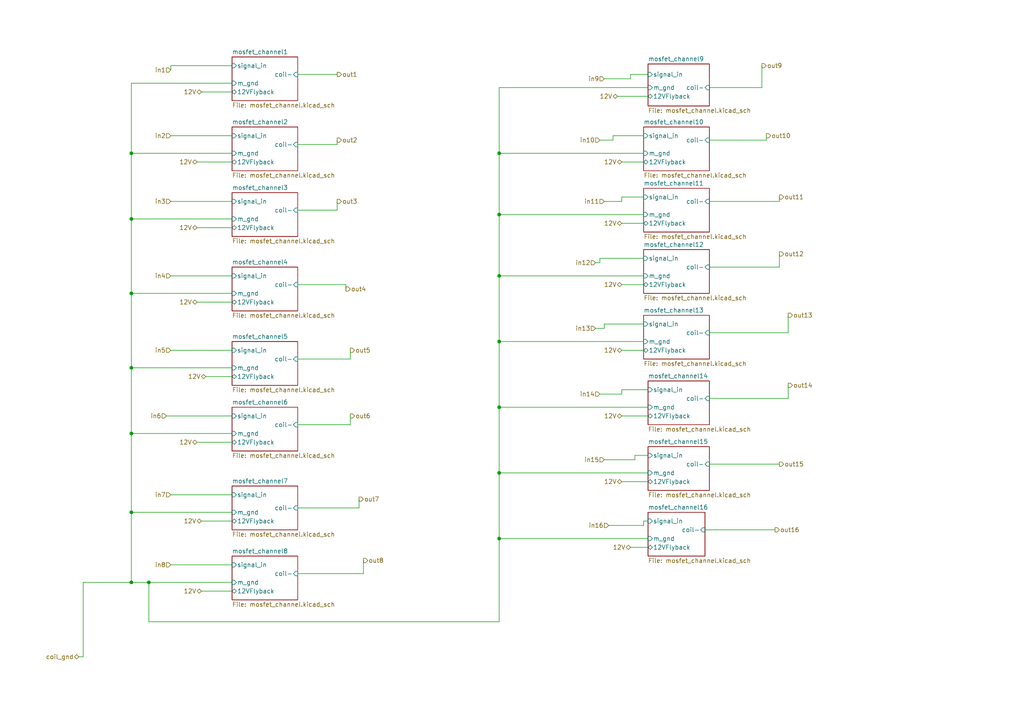
<source format=kicad_sch>
(kicad_sch
	(version 20250114)
	(generator "eeschema")
	(generator_version "9.0")
	(uuid "837c789d-97df-4654-aadc-c0960b58351a")
	(paper "A4")
	(lib_symbols)
	(junction
		(at 144.78 118.11)
		(diameter 0)
		(color 0 0 0 0)
		(uuid "03b65d4b-3ebe-4f34-8cdc-3e9a4930aecf")
	)
	(junction
		(at 38.1 63.5)
		(diameter 0)
		(color 0 0 0 0)
		(uuid "153c2a2d-5376-45d7-8457-7f1ec17e7ee2")
	)
	(junction
		(at 144.78 137.16)
		(diameter 0)
		(color 0 0 0 0)
		(uuid "2f70806a-15ae-4fe8-88fd-9c9d6a99db53")
	)
	(junction
		(at 144.78 99.06)
		(diameter 0)
		(color 0 0 0 0)
		(uuid "315f6022-eabd-4c3c-8bcd-67765680b6bf")
	)
	(junction
		(at 38.1 44.45)
		(diameter 0)
		(color 0 0 0 0)
		(uuid "46f862a3-e022-4655-873f-40da7aee4bd0")
	)
	(junction
		(at 144.78 156.21)
		(diameter 0)
		(color 0 0 0 0)
		(uuid "65c725dc-1f75-4bed-b618-39a7d688d3ae")
	)
	(junction
		(at 144.78 80.01)
		(diameter 0)
		(color 0 0 0 0)
		(uuid "69a81680-4a44-4501-a09d-62a43ae74621")
	)
	(junction
		(at 38.1 106.68)
		(diameter 0)
		(color 0 0 0 0)
		(uuid "762cbcad-f328-471e-b49a-99702fd929cf")
	)
	(junction
		(at 38.1 148.59)
		(diameter 0)
		(color 0 0 0 0)
		(uuid "a1ad4d48-6762-4f94-9ade-293ae92fb19b")
	)
	(junction
		(at 144.78 44.45)
		(diameter 0)
		(color 0 0 0 0)
		(uuid "b86a9afe-53f0-439b-b517-1c8c48f979e0")
	)
	(junction
		(at 38.1 168.91)
		(diameter 0)
		(color 0 0 0 0)
		(uuid "c1a08e12-5873-4af6-b2a1-a24c6161e3c2")
	)
	(junction
		(at 43.18 168.91)
		(diameter 0)
		(color 0 0 0 0)
		(uuid "c67aa3e3-fee3-404d-9abe-ef79bb1e0708")
	)
	(junction
		(at 38.1 125.73)
		(diameter 0)
		(color 0 0 0 0)
		(uuid "c98c870c-2a3a-48cf-996b-92b15a942e28")
	)
	(junction
		(at 38.1 85.09)
		(diameter 0)
		(color 0 0 0 0)
		(uuid "f5dcd8a7-6ebd-4dae-9a0c-adc45e1dc0cd")
	)
	(junction
		(at 144.78 62.23)
		(diameter 0)
		(color 0 0 0 0)
		(uuid "fe923c14-f3e7-43b1-a999-3a5030e1a318")
	)
	(wire
		(pts
			(xy 184.15 133.35) (xy 184.15 132.08)
		)
		(stroke
			(width 0)
			(type default)
		)
		(uuid "04691a73-23ed-499b-88b7-9b3fe54b4ecc")
	)
	(wire
		(pts
			(xy 144.78 118.11) (xy 187.96 118.11)
		)
		(stroke
			(width 0)
			(type default)
		)
		(uuid "05898357-7fb0-48d4-abde-e93a2f9d75e2")
	)
	(wire
		(pts
			(xy 49.53 39.37) (xy 67.31 39.37)
		)
		(stroke
			(width 0)
			(type default)
		)
		(uuid "07e16c66-8c95-49c7-831c-02f36cdfad82")
	)
	(wire
		(pts
			(xy 182.88 22.86) (xy 182.88 21.59)
		)
		(stroke
			(width 0)
			(type default)
		)
		(uuid "091caf40-54bc-4d60-a27c-820f7b7e24c2")
	)
	(wire
		(pts
			(xy 57.15 66.04) (xy 67.31 66.04)
		)
		(stroke
			(width 0)
			(type default)
		)
		(uuid "0ce9d4bd-c688-46ba-8b48-62b386ad383d")
	)
	(wire
		(pts
			(xy 22.86 190.5) (xy 24.13 190.5)
		)
		(stroke
			(width 0)
			(type default)
		)
		(uuid "14ee710a-10d5-4996-a9a2-c7b82d9dd398")
	)
	(wire
		(pts
			(xy 43.18 168.91) (xy 67.31 168.91)
		)
		(stroke
			(width 0)
			(type default)
		)
		(uuid "155faaf7-d333-473f-847d-e11c8c96f43e")
	)
	(wire
		(pts
			(xy 175.26 93.98) (xy 186.69 93.98)
		)
		(stroke
			(width 0)
			(type default)
		)
		(uuid "187e4a6d-5bb4-41b3-b3ea-15b7644c8b25")
	)
	(wire
		(pts
			(xy 104.14 147.32) (xy 104.14 144.78)
		)
		(stroke
			(width 0)
			(type default)
		)
		(uuid "19e71bd1-6937-4724-aefb-139eae1fa9c3")
	)
	(wire
		(pts
			(xy 182.88 158.75) (xy 187.96 158.75)
		)
		(stroke
			(width 0)
			(type default)
		)
		(uuid "1b122ea5-7a11-4a01-8e21-eac10a73cd40")
	)
	(wire
		(pts
			(xy 38.1 44.45) (xy 38.1 63.5)
		)
		(stroke
			(width 0)
			(type default)
		)
		(uuid "1b7fd371-2179-42a5-9383-2963a35b6288")
	)
	(wire
		(pts
			(xy 144.78 118.11) (xy 144.78 137.16)
		)
		(stroke
			(width 0)
			(type default)
		)
		(uuid "1d2a0c0d-a05f-4abf-b000-a7d54520a886")
	)
	(wire
		(pts
			(xy 59.69 109.22) (xy 67.31 109.22)
		)
		(stroke
			(width 0)
			(type default)
		)
		(uuid "1e7a7219-2e12-4b88-8ca8-a651fdb305fd")
	)
	(wire
		(pts
			(xy 205.74 40.64) (xy 222.25 40.64)
		)
		(stroke
			(width 0)
			(type default)
		)
		(uuid "20129977-8e8f-4db8-bab2-1dfcd6799e25")
	)
	(wire
		(pts
			(xy 49.53 163.83) (xy 67.31 163.83)
		)
		(stroke
			(width 0)
			(type default)
		)
		(uuid "2371b1d3-55f9-4cb4-93d0-22deacb00a65")
	)
	(wire
		(pts
			(xy 86.36 21.59) (xy 97.79 21.59)
		)
		(stroke
			(width 0)
			(type default)
		)
		(uuid "25ff2d00-4566-4aeb-9a8f-2339fc3ffa44")
	)
	(wire
		(pts
			(xy 186.69 151.13) (xy 187.96 151.13)
		)
		(stroke
			(width 0)
			(type default)
		)
		(uuid "269f5c63-d1ed-474b-a87d-45a3db3dde9c")
	)
	(wire
		(pts
			(xy 228.6 96.52) (xy 228.6 91.44)
		)
		(stroke
			(width 0)
			(type default)
		)
		(uuid "27361526-93b0-4b2a-bc72-35fca24812bd")
	)
	(wire
		(pts
			(xy 100.33 82.55) (xy 100.33 83.82)
		)
		(stroke
			(width 0)
			(type default)
		)
		(uuid "276f1399-014f-45ec-b90b-d9d43d36baea")
	)
	(wire
		(pts
			(xy 38.1 24.13) (xy 38.1 44.45)
		)
		(stroke
			(width 0)
			(type default)
		)
		(uuid "285440b2-4d8f-4427-8c6d-3b36076fa21e")
	)
	(wire
		(pts
			(xy 144.78 62.23) (xy 186.69 62.23)
		)
		(stroke
			(width 0)
			(type default)
		)
		(uuid "2a1083ae-f4ad-4469-b6a6-c3723d07a7d2")
	)
	(wire
		(pts
			(xy 144.78 99.06) (xy 186.69 99.06)
		)
		(stroke
			(width 0)
			(type default)
		)
		(uuid "2a27dd5f-3cfc-4c1f-9685-8b23238d41e8")
	)
	(wire
		(pts
			(xy 205.74 77.47) (xy 226.06 77.47)
		)
		(stroke
			(width 0)
			(type default)
		)
		(uuid "2ab3d245-54ca-4a9a-8a23-1e94e2f39860")
	)
	(wire
		(pts
			(xy 182.88 22.86) (xy 175.26 22.86)
		)
		(stroke
			(width 0)
			(type default)
		)
		(uuid "3245f087-b883-4bd6-b100-c117cb9a3c78")
	)
	(wire
		(pts
			(xy 173.99 74.93) (xy 186.69 74.93)
		)
		(stroke
			(width 0)
			(type default)
		)
		(uuid "34e18892-6ace-47de-8dbc-cc074e6b087c")
	)
	(wire
		(pts
			(xy 226.06 58.42) (xy 226.06 57.15)
		)
		(stroke
			(width 0)
			(type default)
		)
		(uuid "34ed79b5-6c2f-4a6e-b4fa-f00f957d1272")
	)
	(wire
		(pts
			(xy 144.78 80.01) (xy 186.69 80.01)
		)
		(stroke
			(width 0)
			(type default)
		)
		(uuid "3b90dc90-e4de-40dc-909c-9a20377d2e83")
	)
	(wire
		(pts
			(xy 86.36 147.32) (xy 104.14 147.32)
		)
		(stroke
			(width 0)
			(type default)
		)
		(uuid "3bbd1ea3-b8da-4eee-8cac-f1c1ef4b2ed2")
	)
	(wire
		(pts
			(xy 173.99 40.64) (xy 177.8 40.64)
		)
		(stroke
			(width 0)
			(type default)
		)
		(uuid "3c128138-db93-42ef-8aaf-bbe931f41677")
	)
	(wire
		(pts
			(xy 38.1 148.59) (xy 67.31 148.59)
		)
		(stroke
			(width 0)
			(type default)
		)
		(uuid "3ce595b0-a9e5-4b8f-a68a-56895216c447")
	)
	(wire
		(pts
			(xy 177.8 39.37) (xy 186.69 39.37)
		)
		(stroke
			(width 0)
			(type default)
		)
		(uuid "41735a10-0e43-42ac-a5e2-26f43ca033c4")
	)
	(wire
		(pts
			(xy 144.78 156.21) (xy 187.96 156.21)
		)
		(stroke
			(width 0)
			(type default)
		)
		(uuid "4281fd80-c574-4ee8-9262-4ab8a3895baf")
	)
	(wire
		(pts
			(xy 144.78 137.16) (xy 144.78 156.21)
		)
		(stroke
			(width 0)
			(type default)
		)
		(uuid "46093357-ab48-4e35-9904-64f89d36a2fa")
	)
	(wire
		(pts
			(xy 49.53 143.51) (xy 67.31 143.51)
		)
		(stroke
			(width 0)
			(type default)
		)
		(uuid "4966dbcc-8cc5-4741-8081-f7b2d05c8675")
	)
	(wire
		(pts
			(xy 205.74 115.57) (xy 228.6 115.57)
		)
		(stroke
			(width 0)
			(type default)
		)
		(uuid "4a08391a-97a2-4d00-8ae1-178f18ae3282")
	)
	(wire
		(pts
			(xy 144.78 44.45) (xy 186.69 44.45)
		)
		(stroke
			(width 0)
			(type default)
		)
		(uuid "4dff7271-6c29-45b6-8667-4afdf4a18bc2")
	)
	(wire
		(pts
			(xy 24.13 168.91) (xy 38.1 168.91)
		)
		(stroke
			(width 0)
			(type default)
		)
		(uuid "4e7d71f2-b235-406c-ae70-07e5381a4e35")
	)
	(wire
		(pts
			(xy 86.36 60.96) (xy 97.79 60.96)
		)
		(stroke
			(width 0)
			(type default)
		)
		(uuid "4e8853b7-c49f-4ced-bf8f-d1f579ad9602")
	)
	(wire
		(pts
			(xy 86.36 104.14) (xy 101.6 104.14)
		)
		(stroke
			(width 0)
			(type default)
		)
		(uuid "5234de68-8e15-421d-ae12-1b8229a2f15b")
	)
	(wire
		(pts
			(xy 182.88 21.59) (xy 187.96 21.59)
		)
		(stroke
			(width 0)
			(type default)
		)
		(uuid "53a1be18-c60e-4c91-88ef-05b28b656b8b")
	)
	(wire
		(pts
			(xy 144.78 62.23) (xy 144.78 80.01)
		)
		(stroke
			(width 0)
			(type default)
		)
		(uuid "54057f0e-d003-4f07-b24f-37dfdd485782")
	)
	(wire
		(pts
			(xy 179.07 27.94) (xy 187.96 27.94)
		)
		(stroke
			(width 0)
			(type default)
		)
		(uuid "5a5c66cb-dbcc-4e7c-8917-7a56867cd949")
	)
	(wire
		(pts
			(xy 220.98 25.4) (xy 220.98 19.05)
		)
		(stroke
			(width 0)
			(type default)
		)
		(uuid "5c6265c8-2d3c-4b7c-9408-0f99bd4a7f09")
	)
	(wire
		(pts
			(xy 58.42 171.45) (xy 67.31 171.45)
		)
		(stroke
			(width 0)
			(type default)
		)
		(uuid "5ca11f36-d8aa-4152-afe7-cd1da2d65836")
	)
	(wire
		(pts
			(xy 57.15 87.63) (xy 67.31 87.63)
		)
		(stroke
			(width 0)
			(type default)
		)
		(uuid "5f284f87-86f3-4956-a4d7-20ac09fc931b")
	)
	(wire
		(pts
			(xy 173.99 114.3) (xy 180.34 114.3)
		)
		(stroke
			(width 0)
			(type default)
		)
		(uuid "6042493d-8b2a-4bea-af18-fdd4f239ef78")
	)
	(wire
		(pts
			(xy 57.15 46.99) (xy 67.31 46.99)
		)
		(stroke
			(width 0)
			(type default)
		)
		(uuid "6153c04e-9376-444f-9c33-c55272bdfcdd")
	)
	(wire
		(pts
			(xy 186.69 152.4) (xy 186.69 151.13)
		)
		(stroke
			(width 0)
			(type default)
		)
		(uuid "64d1d4df-b9b8-4745-92fc-b4a0c788aeee")
	)
	(wire
		(pts
			(xy 180.34 57.15) (xy 186.69 57.15)
		)
		(stroke
			(width 0)
			(type default)
		)
		(uuid "66bd4655-e654-4c6e-83a8-c1476acd2ba3")
	)
	(wire
		(pts
			(xy 175.26 58.42) (xy 180.34 58.42)
		)
		(stroke
			(width 0)
			(type default)
		)
		(uuid "6d2ccdc5-9d14-43bd-bbfa-6ded99e16f14")
	)
	(wire
		(pts
			(xy 49.53 19.05) (xy 67.31 19.05)
		)
		(stroke
			(width 0)
			(type default)
		)
		(uuid "6d4858fc-bffa-4922-ad78-89f139208834")
	)
	(wire
		(pts
			(xy 38.1 85.09) (xy 38.1 106.68)
		)
		(stroke
			(width 0)
			(type default)
		)
		(uuid "6d5c223d-7181-4dc8-bbdb-802a2bc5d760")
	)
	(wire
		(pts
			(xy 144.78 99.06) (xy 144.78 118.11)
		)
		(stroke
			(width 0)
			(type default)
		)
		(uuid "6edb8de4-3d96-42ef-8598-38a78fc2deec")
	)
	(wire
		(pts
			(xy 49.53 58.42) (xy 67.31 58.42)
		)
		(stroke
			(width 0)
			(type default)
		)
		(uuid "715ac506-bed9-4084-9644-f96f8251ac89")
	)
	(wire
		(pts
			(xy 205.74 96.52) (xy 228.6 96.52)
		)
		(stroke
			(width 0)
			(type default)
		)
		(uuid "71794adc-6194-4ed8-b4b5-78a0ca013649")
	)
	(wire
		(pts
			(xy 43.18 180.34) (xy 43.18 168.91)
		)
		(stroke
			(width 0)
			(type default)
		)
		(uuid "720f6ec8-4459-463d-95b7-fcde82d3a5cd")
	)
	(wire
		(pts
			(xy 48.26 120.65) (xy 67.31 120.65)
		)
		(stroke
			(width 0)
			(type default)
		)
		(uuid "7519a671-f2d8-4815-a9bd-7b59ec662cbb")
	)
	(wire
		(pts
			(xy 58.42 26.67) (xy 67.31 26.67)
		)
		(stroke
			(width 0)
			(type default)
		)
		(uuid "785c2185-df43-4f93-a078-d07e898f47ad")
	)
	(wire
		(pts
			(xy 38.1 106.68) (xy 67.31 106.68)
		)
		(stroke
			(width 0)
			(type default)
		)
		(uuid "78b11b45-48fb-42df-aced-8eeb6001d72c")
	)
	(wire
		(pts
			(xy 97.79 41.91) (xy 97.79 40.64)
		)
		(stroke
			(width 0)
			(type default)
		)
		(uuid "78e6c683-3d4d-4514-82d6-9711ec7f6121")
	)
	(wire
		(pts
			(xy 180.34 46.99) (xy 186.69 46.99)
		)
		(stroke
			(width 0)
			(type default)
		)
		(uuid "79ae610b-500b-4c8d-bd97-46e84d238c8f")
	)
	(wire
		(pts
			(xy 204.47 153.67) (xy 224.79 153.67)
		)
		(stroke
			(width 0)
			(type default)
		)
		(uuid "7c458e9c-146b-415a-a5d4-e1d54b284909")
	)
	(wire
		(pts
			(xy 24.13 168.91) (xy 24.13 190.5)
		)
		(stroke
			(width 0)
			(type default)
		)
		(uuid "7ef8c2ce-5405-4507-aedd-50ddf90e04fd")
	)
	(wire
		(pts
			(xy 180.34 114.3) (xy 180.34 113.03)
		)
		(stroke
			(width 0)
			(type default)
		)
		(uuid "80c523be-a25d-4c65-9d08-7e8b7f7bc15b")
	)
	(wire
		(pts
			(xy 86.36 82.55) (xy 100.33 82.55)
		)
		(stroke
			(width 0)
			(type default)
		)
		(uuid "817c7fd8-36e6-4029-8456-d26c741690fc")
	)
	(wire
		(pts
			(xy 38.1 63.5) (xy 38.1 85.09)
		)
		(stroke
			(width 0)
			(type default)
		)
		(uuid "853fb345-c0be-42b6-bddb-6699e5d55bc9")
	)
	(wire
		(pts
			(xy 38.1 44.45) (xy 67.31 44.45)
		)
		(stroke
			(width 0)
			(type default)
		)
		(uuid "868449cd-1782-4ccb-8919-f401b1179230")
	)
	(wire
		(pts
			(xy 205.74 58.42) (xy 226.06 58.42)
		)
		(stroke
			(width 0)
			(type default)
		)
		(uuid "86cf6d26-ff82-4766-81f2-5bb47509ad14")
	)
	(wire
		(pts
			(xy 86.36 41.91) (xy 97.79 41.91)
		)
		(stroke
			(width 0)
			(type default)
		)
		(uuid "87e917de-ffe4-4261-bc33-127422cb2f2d")
	)
	(wire
		(pts
			(xy 175.26 133.35) (xy 184.15 133.35)
		)
		(stroke
			(width 0)
			(type default)
		)
		(uuid "88a5cbc2-d128-42bd-939e-b8c331719711")
	)
	(wire
		(pts
			(xy 49.53 80.01) (xy 67.31 80.01)
		)
		(stroke
			(width 0)
			(type default)
		)
		(uuid "88ae03f6-74c0-4554-b59f-2292c335ef27")
	)
	(wire
		(pts
			(xy 38.1 106.68) (xy 38.1 125.73)
		)
		(stroke
			(width 0)
			(type default)
		)
		(uuid "8938edc1-fa1d-40bf-a979-be055246a4f3")
	)
	(wire
		(pts
			(xy 144.78 44.45) (xy 144.78 62.23)
		)
		(stroke
			(width 0)
			(type default)
		)
		(uuid "899b3a16-c06f-4059-b6fe-69875979758f")
	)
	(wire
		(pts
			(xy 101.6 123.19) (xy 101.6 120.65)
		)
		(stroke
			(width 0)
			(type default)
		)
		(uuid "89eda4c8-7f0f-48cf-a6bf-c5bda4a81c64")
	)
	(wire
		(pts
			(xy 175.26 95.25) (xy 175.26 93.98)
		)
		(stroke
			(width 0)
			(type default)
		)
		(uuid "8a355ade-1d8a-4172-9647-16d4748e018a")
	)
	(wire
		(pts
			(xy 173.99 76.2) (xy 173.99 74.93)
		)
		(stroke
			(width 0)
			(type default)
		)
		(uuid "8b36854f-2f36-42a2-ac8f-c9e7922ff42b")
	)
	(wire
		(pts
			(xy 184.15 132.08) (xy 187.96 132.08)
		)
		(stroke
			(width 0)
			(type default)
		)
		(uuid "8b9dcdd3-2603-4f18-83a5-1589f7456bb9")
	)
	(wire
		(pts
			(xy 57.15 128.27) (xy 67.31 128.27)
		)
		(stroke
			(width 0)
			(type default)
		)
		(uuid "8db2dfea-3d9a-4062-9277-0f26661250e1")
	)
	(wire
		(pts
			(xy 38.1 63.5) (xy 67.31 63.5)
		)
		(stroke
			(width 0)
			(type default)
		)
		(uuid "8e6c5df8-f06d-4b51-bb64-360507db5193")
	)
	(wire
		(pts
			(xy 97.79 60.96) (xy 97.79 58.42)
		)
		(stroke
			(width 0)
			(type default)
		)
		(uuid "912a1f5d-b940-48a7-a07d-3318ab24bf7d")
	)
	(wire
		(pts
			(xy 38.1 125.73) (xy 67.31 125.73)
		)
		(stroke
			(width 0)
			(type default)
		)
		(uuid "97dcb2e1-120b-43cb-aa1b-b0589f7160ae")
	)
	(wire
		(pts
			(xy 58.42 151.13) (xy 67.31 151.13)
		)
		(stroke
			(width 0)
			(type default)
		)
		(uuid "9bdc5e52-9396-4fb0-a9ed-147db919a1fc")
	)
	(wire
		(pts
			(xy 49.53 101.6) (xy 67.31 101.6)
		)
		(stroke
			(width 0)
			(type default)
		)
		(uuid "a4997f4b-80a8-4fa3-b954-7613c7489d22")
	)
	(wire
		(pts
			(xy 101.6 104.14) (xy 101.6 101.6)
		)
		(stroke
			(width 0)
			(type default)
		)
		(uuid "a60513c0-f5cc-4494-bdb2-d55858cb5d80")
	)
	(wire
		(pts
			(xy 38.1 125.73) (xy 38.1 148.59)
		)
		(stroke
			(width 0)
			(type default)
		)
		(uuid "a7a48ea6-d089-4166-9c4d-aba0ce2b8098")
	)
	(wire
		(pts
			(xy 180.34 101.6) (xy 186.69 101.6)
		)
		(stroke
			(width 0)
			(type default)
		)
		(uuid "a80dab97-fef6-4575-a6f8-b4dde9eed5ad")
	)
	(wire
		(pts
			(xy 177.8 40.64) (xy 177.8 39.37)
		)
		(stroke
			(width 0)
			(type default)
		)
		(uuid "ac53d835-b2e9-4325-b99f-19d4b30f47cd")
	)
	(wire
		(pts
			(xy 180.34 139.7) (xy 187.96 139.7)
		)
		(stroke
			(width 0)
			(type default)
		)
		(uuid "af4ef895-8e6d-4334-bffa-78062efee5a5")
	)
	(wire
		(pts
			(xy 38.1 85.09) (xy 67.31 85.09)
		)
		(stroke
			(width 0)
			(type default)
		)
		(uuid "b13c50d9-4d63-415e-a774-7e7d791d97e2")
	)
	(wire
		(pts
			(xy 205.74 134.62) (xy 226.06 134.62)
		)
		(stroke
			(width 0)
			(type default)
		)
		(uuid "b268a7b1-5619-444a-bc32-a6ad27ec7f86")
	)
	(wire
		(pts
			(xy 226.06 77.47) (xy 226.06 73.66)
		)
		(stroke
			(width 0)
			(type default)
		)
		(uuid "b6bf1147-a3da-40ea-a5a6-ca2f5e313a96")
	)
	(wire
		(pts
			(xy 38.1 24.13) (xy 67.31 24.13)
		)
		(stroke
			(width 0)
			(type default)
		)
		(uuid "bb1d5647-c408-45ed-ae0c-adfc684f3dc6")
	)
	(wire
		(pts
			(xy 144.78 25.4) (xy 187.96 25.4)
		)
		(stroke
			(width 0)
			(type default)
		)
		(uuid "bcb2acf5-e1db-4a87-9405-c88a42d50912")
	)
	(wire
		(pts
			(xy 180.34 120.65) (xy 187.96 120.65)
		)
		(stroke
			(width 0)
			(type default)
		)
		(uuid "c10b187e-40a9-4088-bd12-96e816eb7933")
	)
	(wire
		(pts
			(xy 180.34 58.42) (xy 180.34 57.15)
		)
		(stroke
			(width 0)
			(type default)
		)
		(uuid "c2999270-a609-4e0d-a88e-272d399f9024")
	)
	(wire
		(pts
			(xy 49.53 20.32) (xy 49.53 19.05)
		)
		(stroke
			(width 0)
			(type default)
		)
		(uuid "c4716574-8ded-4d32-b865-efc51aa9e7e3")
	)
	(wire
		(pts
			(xy 180.34 64.77) (xy 186.69 64.77)
		)
		(stroke
			(width 0)
			(type default)
		)
		(uuid "c51227bd-4412-4262-9c79-15e6a092e677")
	)
	(wire
		(pts
			(xy 175.26 95.25) (xy 172.72 95.25)
		)
		(stroke
			(width 0)
			(type default)
		)
		(uuid "c66451d2-8883-4691-a1e6-e20de6472f76")
	)
	(wire
		(pts
			(xy 38.1 148.59) (xy 38.1 168.91)
		)
		(stroke
			(width 0)
			(type default)
		)
		(uuid "c7672dd3-97b1-4a22-b54b-e90e76caf868")
	)
	(wire
		(pts
			(xy 180.34 113.03) (xy 187.96 113.03)
		)
		(stroke
			(width 0)
			(type default)
		)
		(uuid "c99edf7a-a7fb-414e-83e3-9137ecf00f95")
	)
	(wire
		(pts
			(xy 144.78 137.16) (xy 187.96 137.16)
		)
		(stroke
			(width 0)
			(type default)
		)
		(uuid "cb530234-f819-435f-b736-c8472a4e08ac")
	)
	(wire
		(pts
			(xy 144.78 80.01) (xy 144.78 99.06)
		)
		(stroke
			(width 0)
			(type default)
		)
		(uuid "d01d54cc-a79a-4def-9a3c-0655b2d7cdc2")
	)
	(wire
		(pts
			(xy 222.25 40.64) (xy 222.25 39.37)
		)
		(stroke
			(width 0)
			(type default)
		)
		(uuid "d2b04d18-971b-475d-9a38-c916b655db29")
	)
	(wire
		(pts
			(xy 205.74 25.4) (xy 220.98 25.4)
		)
		(stroke
			(width 0)
			(type default)
		)
		(uuid "d6724039-1f4d-4ecd-a005-1d0da0075900")
	)
	(wire
		(pts
			(xy 228.6 115.57) (xy 228.6 111.76)
		)
		(stroke
			(width 0)
			(type default)
		)
		(uuid "d75b77a4-6985-4cba-aec3-ce9b885dc4a6")
	)
	(wire
		(pts
			(xy 144.78 180.34) (xy 43.18 180.34)
		)
		(stroke
			(width 0)
			(type default)
		)
		(uuid "de5cee42-d271-4096-8944-2f0ca8dc0bd3")
	)
	(wire
		(pts
			(xy 86.36 123.19) (xy 101.6 123.19)
		)
		(stroke
			(width 0)
			(type default)
		)
		(uuid "f276869c-16a5-4e12-bd04-31415fbba827")
	)
	(wire
		(pts
			(xy 176.53 152.4) (xy 186.69 152.4)
		)
		(stroke
			(width 0)
			(type default)
		)
		(uuid "f3789488-c2ae-4a39-b043-a6fb8db89453")
	)
	(wire
		(pts
			(xy 144.78 156.21) (xy 144.78 180.34)
		)
		(stroke
			(width 0)
			(type default)
		)
		(uuid "f3fcc283-8153-4270-b23b-77e06e46c507")
	)
	(wire
		(pts
			(xy 86.36 166.37) (xy 105.41 166.37)
		)
		(stroke
			(width 0)
			(type default)
		)
		(uuid "f4805504-69ee-4b97-9054-8da3fe7b8d04")
	)
	(wire
		(pts
			(xy 144.78 25.4) (xy 144.78 44.45)
		)
		(stroke
			(width 0)
			(type default)
		)
		(uuid "f52d634e-f609-40e4-9a2b-a872a8367517")
	)
	(wire
		(pts
			(xy 38.1 168.91) (xy 43.18 168.91)
		)
		(stroke
			(width 0)
			(type default)
		)
		(uuid "f8fdbfc9-9997-404f-a406-0d0974200a03")
	)
	(wire
		(pts
			(xy 173.99 76.2) (xy 172.72 76.2)
		)
		(stroke
			(width 0)
			(type default)
		)
		(uuid "fa491a52-29f9-492b-89b8-a753568b068f")
	)
	(wire
		(pts
			(xy 180.34 82.55) (xy 186.69 82.55)
		)
		(stroke
			(width 0)
			(type default)
		)
		(uuid "fabfe44e-74f3-447f-95ed-d9823a984d5e")
	)
	(wire
		(pts
			(xy 105.41 166.37) (xy 105.41 162.56)
		)
		(stroke
			(width 0)
			(type default)
		)
		(uuid "fbf3ce2c-f604-470e-92e0-cfbdb4e6f117")
	)
	(hierarchical_label "in5"
		(shape input)
		(at 49.53 101.6 180)
		(effects
			(font
				(size 1.27 1.27)
			)
			(justify right)
		)
		(uuid "043bb261-d327-48db-810c-87e8876d2412")
	)
	(hierarchical_label "12V"
		(shape bidirectional)
		(at 180.34 46.99 180)
		(effects
			(font
				(size 1.27 1.27)
			)
			(justify right)
		)
		(uuid "16686e3c-cefe-4f17-957a-76fed4d65797")
	)
	(hierarchical_label "12V"
		(shape bidirectional)
		(at 180.34 82.55 180)
		(effects
			(font
				(size 1.27 1.27)
			)
			(justify right)
		)
		(uuid "187eafd1-e34c-4822-8a22-3b69c045f849")
	)
	(hierarchical_label "out8"
		(shape output)
		(at 105.41 162.56 0)
		(effects
			(font
				(size 1.27 1.27)
			)
			(justify left)
		)
		(uuid "19ad195d-e2bb-4322-90b8-3fd7da412ba2")
	)
	(hierarchical_label "out11"
		(shape output)
		(at 226.06 57.15 0)
		(effects
			(font
				(size 1.27 1.27)
			)
			(justify left)
		)
		(uuid "1e1ac01a-afc3-42a0-a8b4-8cb4d9111d09")
	)
	(hierarchical_label "out5"
		(shape output)
		(at 101.6 101.6 0)
		(effects
			(font
				(size 1.27 1.27)
			)
			(justify left)
		)
		(uuid "27cc13a4-cded-4dc8-b2e7-31e0b16ab9f0")
	)
	(hierarchical_label "12V"
		(shape bidirectional)
		(at 59.69 109.22 180)
		(effects
			(font
				(size 1.27 1.27)
			)
			(justify right)
		)
		(uuid "285f6008-02c6-405e-af9f-220d1c2acb8e")
	)
	(hierarchical_label "in6"
		(shape input)
		(at 48.26 120.65 180)
		(effects
			(font
				(size 1.27 1.27)
			)
			(justify right)
		)
		(uuid "29fe4f23-27a4-47e9-a60b-eb080e9b0f88")
	)
	(hierarchical_label "out14"
		(shape output)
		(at 228.6 111.76 0)
		(effects
			(font
				(size 1.27 1.27)
			)
			(justify left)
		)
		(uuid "2d9eb66d-0aff-4a68-b871-6aa25e483391")
	)
	(hierarchical_label "in2"
		(shape input)
		(at 49.53 39.37 180)
		(effects
			(font
				(size 1.27 1.27)
			)
			(justify right)
		)
		(uuid "31d8b593-6cdb-4711-97c9-129216b07bf9")
	)
	(hierarchical_label "12V"
		(shape bidirectional)
		(at 57.15 46.99 180)
		(effects
			(font
				(size 1.27 1.27)
			)
			(justify right)
		)
		(uuid "321314ce-5a86-40f1-80d1-fd92aa9ac76b")
	)
	(hierarchical_label "out15"
		(shape output)
		(at 226.06 134.62 0)
		(effects
			(font
				(size 1.27 1.27)
			)
			(justify left)
		)
		(uuid "32196c8d-6ed5-46de-88ad-88e9f38c7596")
	)
	(hierarchical_label "in7"
		(shape input)
		(at 49.53 143.51 180)
		(effects
			(font
				(size 1.27 1.27)
			)
			(justify right)
		)
		(uuid "32288747-d10c-48aa-b328-33eda241d399")
	)
	(hierarchical_label "out16"
		(shape output)
		(at 224.79 153.67 0)
		(effects
			(font
				(size 1.27 1.27)
			)
			(justify left)
		)
		(uuid "3483a764-f7fb-4f05-b5a2-186f9a5ad6d1")
	)
	(hierarchical_label "out9"
		(shape output)
		(at 220.98 19.05 0)
		(effects
			(font
				(size 1.27 1.27)
			)
			(justify left)
		)
		(uuid "371ace4b-7309-4e85-b9e5-f4765315f23b")
	)
	(hierarchical_label "in9"
		(shape input)
		(at 175.26 22.86 180)
		(effects
			(font
				(size 1.27 1.27)
			)
			(justify right)
		)
		(uuid "38035560-50df-4ac2-a62d-e8ba1c693110")
	)
	(hierarchical_label "out13"
		(shape output)
		(at 228.6 91.44 0)
		(effects
			(font
				(size 1.27 1.27)
			)
			(justify left)
		)
		(uuid "3c3a7cea-54e9-4ac1-9105-f16d457aadee")
	)
	(hierarchical_label "in3"
		(shape input)
		(at 49.53 58.42 180)
		(effects
			(font
				(size 1.27 1.27)
			)
			(justify right)
		)
		(uuid "4044bf66-7e4c-49be-9f87-0a359f8e74c6")
	)
	(hierarchical_label "coil_gnd"
		(shape bidirectional)
		(at 22.86 190.5 180)
		(effects
			(font
				(size 1.27 1.27)
			)
			(justify right)
		)
		(uuid "445ede0f-ffeb-467c-ad13-c59d18d6c07a")
	)
	(hierarchical_label "out12"
		(shape output)
		(at 226.06 73.66 0)
		(effects
			(font
				(size 1.27 1.27)
			)
			(justify left)
		)
		(uuid "4a5a715a-2fa4-469d-ad1b-6baa33cb32ff")
	)
	(hierarchical_label "in1"
		(shape input)
		(at 49.53 20.32 180)
		(effects
			(font
				(size 1.27 1.27)
			)
			(justify right)
		)
		(uuid "4efc61b3-6551-4a5c-be12-07c5e34878bf")
	)
	(hierarchical_label "in4"
		(shape input)
		(at 49.53 80.01 180)
		(effects
			(font
				(size 1.27 1.27)
			)
			(justify right)
		)
		(uuid "50ed292d-3482-4000-bd75-3c1b5c8db0b9")
	)
	(hierarchical_label "in13"
		(shape input)
		(at 172.72 95.25 180)
		(effects
			(font
				(size 1.27 1.27)
			)
			(justify right)
		)
		(uuid "5483f88a-5d1c-4936-adea-93db43bd4588")
	)
	(hierarchical_label "in11"
		(shape input)
		(at 175.26 58.42 180)
		(effects
			(font
				(size 1.27 1.27)
			)
			(justify right)
		)
		(uuid "58ebb612-7e83-40a5-aba5-22c53f464ff5")
	)
	(hierarchical_label "12V"
		(shape bidirectional)
		(at 180.34 64.77 180)
		(effects
			(font
				(size 1.27 1.27)
			)
			(justify right)
		)
		(uuid "68dab5ce-d3ef-446c-97cb-7dabf60d6ecd")
	)
	(hierarchical_label "out6"
		(shape output)
		(at 101.6 120.65 0)
		(effects
			(font
				(size 1.27 1.27)
			)
			(justify left)
		)
		(uuid "6d13f8e1-afea-4c76-8061-cbe767b4fa75")
	)
	(hierarchical_label "12V"
		(shape bidirectional)
		(at 179.07 27.94 180)
		(effects
			(font
				(size 1.27 1.27)
			)
			(justify right)
		)
		(uuid "6df437ae-d6cc-4db8-9a9e-1807615073f9")
	)
	(hierarchical_label "out10"
		(shape output)
		(at 222.25 39.37 0)
		(effects
			(font
				(size 1.27 1.27)
			)
			(justify left)
		)
		(uuid "6f0a7cd9-fae1-4c33-aed0-2f1679d94ee1")
	)
	(hierarchical_label "in14"
		(shape input)
		(at 173.99 114.3 180)
		(effects
			(font
				(size 1.27 1.27)
			)
			(justify right)
		)
		(uuid "7d22924d-8ad8-4d31-bc6e-e6106424f202")
	)
	(hierarchical_label "12V"
		(shape bidirectional)
		(at 57.15 128.27 180)
		(effects
			(font
				(size 1.27 1.27)
			)
			(justify right)
		)
		(uuid "7eb1d377-2d02-42dc-8286-28952343e878")
	)
	(hierarchical_label "12V"
		(shape bidirectional)
		(at 57.15 66.04 180)
		(effects
			(font
				(size 1.27 1.27)
			)
			(justify right)
		)
		(uuid "8213aacc-2823-44f8-b0b0-679d6e705a5f")
	)
	(hierarchical_label "12V"
		(shape bidirectional)
		(at 180.34 139.7 180)
		(effects
			(font
				(size 1.27 1.27)
			)
			(justify right)
		)
		(uuid "82311799-5539-4ecd-87a5-5ad02d300d26")
	)
	(hierarchical_label "12V"
		(shape bidirectional)
		(at 58.42 171.45 180)
		(effects
			(font
				(size 1.27 1.27)
			)
			(justify right)
		)
		(uuid "95d9941d-6f6d-4506-9048-1eaa62df256f")
	)
	(hierarchical_label "in12"
		(shape input)
		(at 172.72 76.2 180)
		(effects
			(font
				(size 1.27 1.27)
			)
			(justify right)
		)
		(uuid "9644ecfe-2877-48e6-8d41-5a64903996c2")
	)
	(hierarchical_label "12V"
		(shape bidirectional)
		(at 58.42 26.67 180)
		(effects
			(font
				(size 1.27 1.27)
			)
			(justify right)
		)
		(uuid "98b1a8a8-f6ae-4e9d-9eab-dfb68073fc64")
	)
	(hierarchical_label "in10"
		(shape input)
		(at 173.99 40.64 180)
		(effects
			(font
				(size 1.27 1.27)
			)
			(justify right)
		)
		(uuid "9b9d9568-cec8-4c68-a0d7-520123cd548a")
	)
	(hierarchical_label "in16"
		(shape input)
		(at 176.53 152.4 180)
		(effects
			(font
				(size 1.27 1.27)
			)
			(justify right)
		)
		(uuid "9fb5e28f-d102-4b7c-a6d0-ac19533d5ecd")
	)
	(hierarchical_label "12V"
		(shape bidirectional)
		(at 182.88 158.75 180)
		(effects
			(font
				(size 1.27 1.27)
			)
			(justify right)
		)
		(uuid "ab792ae8-a1cd-401c-a0f3-15add79c8bde")
	)
	(hierarchical_label "12V"
		(shape bidirectional)
		(at 180.34 101.6 180)
		(effects
			(font
				(size 1.27 1.27)
			)
			(justify right)
		)
		(uuid "ae129eb9-eaad-478e-a532-e936a9e28451")
	)
	(hierarchical_label "out1"
		(shape output)
		(at 97.79 21.59 0)
		(effects
			(font
				(size 1.27 1.27)
			)
			(justify left)
		)
		(uuid "b71d7501-4cad-43bd-8ae7-7081e0ab8e6e")
	)
	(hierarchical_label "out7"
		(shape output)
		(at 104.14 144.78 0)
		(effects
			(font
				(size 1.27 1.27)
			)
			(justify left)
		)
		(uuid "b85ef8d3-01b6-4ef5-a1bb-30cbb939ccfe")
	)
	(hierarchical_label "out4"
		(shape output)
		(at 100.33 83.82 0)
		(effects
			(font
				(size 1.27 1.27)
			)
			(justify left)
		)
		(uuid "c50ad018-6d08-455b-9e11-7c07eb601c10")
	)
	(hierarchical_label "12V"
		(shape bidirectional)
		(at 180.34 120.65 180)
		(effects
			(font
				(size 1.27 1.27)
			)
			(justify right)
		)
		(uuid "cd639104-7f58-4a9e-9132-b8c3ed097ad5")
	)
	(hierarchical_label "12V"
		(shape bidirectional)
		(at 58.42 151.13 180)
		(effects
			(font
				(size 1.27 1.27)
			)
			(justify right)
		)
		(uuid "d15c1b4a-b4db-45b3-9c78-3e639e240fa5")
	)
	(hierarchical_label "out2"
		(shape output)
		(at 97.79 40.64 0)
		(effects
			(font
				(size 1.27 1.27)
			)
			(justify left)
		)
		(uuid "d1c59186-908d-4767-ac97-a1e9545e5ce9")
	)
	(hierarchical_label "in15"
		(shape input)
		(at 175.26 133.35 180)
		(effects
			(font
				(size 1.27 1.27)
			)
			(justify right)
		)
		(uuid "e1e632a7-08f8-4073-93f3-8b5ff0ac75ef")
	)
	(hierarchical_label "12V"
		(shape bidirectional)
		(at 57.15 87.63 180)
		(effects
			(font
				(size 1.27 1.27)
			)
			(justify right)
		)
		(uuid "f2930cdc-08c7-4c92-9a48-63f3ba9a4d08")
	)
	(hierarchical_label "in8"
		(shape input)
		(at 49.53 163.83 180)
		(effects
			(font
				(size 1.27 1.27)
			)
			(justify right)
		)
		(uuid "f704276f-6598-4344-bdc6-9db633573b94")
	)
	(hierarchical_label "out3"
		(shape output)
		(at 97.79 58.42 0)
		(effects
			(font
				(size 1.27 1.27)
			)
			(justify left)
		)
		(uuid "fc1457dd-d67c-430e-82fa-f5bc639d9a2e")
	)
	(sheet
		(at 187.96 148.59)
		(size 16.51 12.7)
		(exclude_from_sim no)
		(in_bom yes)
		(on_board yes)
		(dnp no)
		(fields_autoplaced yes)
		(stroke
			(width 0.1524)
			(type solid)
		)
		(fill
			(color 0 0 0 0.0000)
		)
		(uuid "303e3ae8-6954-49dc-984d-ccb4211e50da")
		(property "Sheetname" "mosfet_channel16"
			(at 187.96 147.8784 0)
			(effects
				(font
					(size 1.27 1.27)
				)
				(justify left bottom)
			)
		)
		(property "Sheetfile" "mosfet_channel.kicad_sch"
			(at 187.96 161.8746 0)
			(effects
				(font
					(size 1.27 1.27)
				)
				(justify left top)
			)
		)
		(pin "12VFlyback" bidirectional
			(at 187.96 158.75 180)
			(uuid "f9766c2b-bcce-4cfa-b4ae-ece585493aa4")
			(effects
				(font
					(size 1.27 1.27)
				)
				(justify left)
			)
		)
		(pin "coil-" input
			(at 204.47 153.67 0)
			(uuid "219870ee-6804-41a7-9cde-ee67d73b0127")
			(effects
				(font
					(size 1.27 1.27)
				)
				(justify right)
			)
		)
		(pin "m_gnd" input
			(at 187.96 156.21 180)
			(uuid "fd24381d-da6c-4e72-aa90-0449c56a6b15")
			(effects
				(font
					(size 1.27 1.27)
				)
				(justify left)
			)
		)
		(pin "signal_in" input
			(at 187.96 151.13 180)
			(uuid "eeb28704-1481-4da7-b241-ca3c525786a1")
			(effects
				(font
					(size 1.27 1.27)
				)
				(justify left)
			)
		)
		(instances
			(project "OrganUnifiedSoundboard"
				(path "/4a899aa1-9bb8-4bd0-98b8-a923f79fe9df/940cad80-7c04-4585-9e43-fbe4083e52d7/4c6039a4-6228-4cb9-9184-a4eca7c626a1/776b75a0-9f0c-4b99-818d-27674a6ed012"
					(page "9")
				)
				(path "/4a899aa1-9bb8-4bd0-98b8-a923f79fe9df/940cad80-7c04-4585-9e43-fbe4083e52d7/c9453c30-c78e-4d19-b964-d234c5a57625/776b75a0-9f0c-4b99-818d-27674a6ed012"
					(page "34")
				)
				(path "/4a899aa1-9bb8-4bd0-98b8-a923f79fe9df/940cad80-7c04-4585-9e43-fbe4083e52d7/0d76a18f-27f1-44a4-9313-414acb063caa/776b75a0-9f0c-4b99-818d-27674a6ed012"
					(page "52")
				)
				(path "/4a899aa1-9bb8-4bd0-98b8-a923f79fe9df/940cad80-7c04-4585-9e43-fbe4083e52d7/53c872bd-8d74-47bb-ae30-2ff7bcb9311b/776b75a0-9f0c-4b99-818d-27674a6ed012"
					(page "70")
				)
				(path "/4a899aa1-9bb8-4bd0-98b8-a923f79fe9df/940cad80-7c04-4585-9e43-fbe4083e52d7/23e30394-bdf6-4dc3-97a2-9c78a1100901/776b75a0-9f0c-4b99-818d-27674a6ed012"
					(page "88")
				)
			)
		)
	)
	(sheet
		(at 186.69 91.44)
		(size 19.05 12.7)
		(exclude_from_sim no)
		(in_bom yes)
		(on_board yes)
		(dnp no)
		(fields_autoplaced yes)
		(stroke
			(width 0.1524)
			(type solid)
		)
		(fill
			(color 0 0 0 0.0000)
		)
		(uuid "336bd503-3cf6-48aa-89f8-8ccf34e21eae")
		(property "Sheetname" "mosfet_channel13"
			(at 186.69 90.7284 0)
			(effects
				(font
					(size 1.27 1.27)
				)
				(justify left bottom)
			)
		)
		(property "Sheetfile" "mosfet_channel.kicad_sch"
			(at 186.69 104.7246 0)
			(effects
				(font
					(size 1.27 1.27)
				)
				(justify left top)
			)
		)
		(pin "12VFlyback" bidirectional
			(at 186.69 101.6 180)
			(uuid "47cfb5fa-265a-4015-94b1-a32633595824")
			(effects
				(font
					(size 1.27 1.27)
				)
				(justify left)
			)
		)
		(pin "coil-" input
			(at 205.74 96.52 0)
			(uuid "4837cf5a-dbd2-4a27-8dd2-f6c45ab4f5c9")
			(effects
				(font
					(size 1.27 1.27)
				)
				(justify right)
			)
		)
		(pin "m_gnd" input
			(at 186.69 99.06 180)
			(uuid "cc6fdbc2-ad44-4ea4-af78-af42bd883376")
			(effects
				(font
					(size 1.27 1.27)
				)
				(justify left)
			)
		)
		(pin "signal_in" input
			(at 186.69 93.98 180)
			(uuid "1f5de927-78ad-461f-a4db-26070d4d1be3")
			(effects
				(font
					(size 1.27 1.27)
				)
				(justify left)
			)
		)
		(instances
			(project "OrganUnifiedSoundboard"
				(path "/4a899aa1-9bb8-4bd0-98b8-a923f79fe9df/940cad80-7c04-4585-9e43-fbe4083e52d7/4c6039a4-6228-4cb9-9184-a4eca7c626a1/776b75a0-9f0c-4b99-818d-27674a6ed012"
					(page "21")
				)
				(path "/4a899aa1-9bb8-4bd0-98b8-a923f79fe9df/940cad80-7c04-4585-9e43-fbe4083e52d7/c9453c30-c78e-4d19-b964-d234c5a57625/776b75a0-9f0c-4b99-818d-27674a6ed012"
					(page "36")
				)
				(path "/4a899aa1-9bb8-4bd0-98b8-a923f79fe9df/940cad80-7c04-4585-9e43-fbe4083e52d7/0d76a18f-27f1-44a4-9313-414acb063caa/776b75a0-9f0c-4b99-818d-27674a6ed012"
					(page "54")
				)
				(path "/4a899aa1-9bb8-4bd0-98b8-a923f79fe9df/940cad80-7c04-4585-9e43-fbe4083e52d7/53c872bd-8d74-47bb-ae30-2ff7bcb9311b/776b75a0-9f0c-4b99-818d-27674a6ed012"
					(page "72")
				)
				(path "/4a899aa1-9bb8-4bd0-98b8-a923f79fe9df/940cad80-7c04-4585-9e43-fbe4083e52d7/23e30394-bdf6-4dc3-97a2-9c78a1100901/776b75a0-9f0c-4b99-818d-27674a6ed012"
					(page "90")
				)
			)
		)
	)
	(sheet
		(at 67.31 36.83)
		(size 19.05 12.7)
		(exclude_from_sim no)
		(in_bom yes)
		(on_board yes)
		(dnp no)
		(fields_autoplaced yes)
		(stroke
			(width 0.1524)
			(type solid)
		)
		(fill
			(color 0 0 0 0.0000)
		)
		(uuid "39974adf-5d91-4376-b35b-0e374484cb17")
		(property "Sheetname" "mosfet_channel2"
			(at 67.31 36.1184 0)
			(effects
				(font
					(size 1.27 1.27)
				)
				(justify left bottom)
			)
		)
		(property "Sheetfile" "mosfet_channel.kicad_sch"
			(at 67.31 50.1146 0)
			(effects
				(font
					(size 1.27 1.27)
				)
				(justify left top)
			)
		)
		(pin "12VFlyback" bidirectional
			(at 67.31 46.99 180)
			(uuid "6afea25d-79a6-4325-87f1-1ddf04da9ea8")
			(effects
				(font
					(size 1.27 1.27)
				)
				(justify left)
			)
		)
		(pin "coil-" input
			(at 86.36 41.91 0)
			(uuid "6ff3bc54-9616-4be2-a162-bbc197e748fc")
			(effects
				(font
					(size 1.27 1.27)
				)
				(justify right)
			)
		)
		(pin "m_gnd" input
			(at 67.31 44.45 180)
			(uuid "8725f191-bd77-468d-8b17-eb512429becd")
			(effects
				(font
					(size 1.27 1.27)
				)
				(justify left)
			)
		)
		(pin "signal_in" input
			(at 67.31 39.37 180)
			(uuid "ab976281-f933-4310-8176-c8e2d36fc6c3")
			(effects
				(font
					(size 1.27 1.27)
				)
				(justify left)
			)
		)
		(instances
			(project "OrganUnifiedSoundboard"
				(path "/4a899aa1-9bb8-4bd0-98b8-a923f79fe9df/940cad80-7c04-4585-9e43-fbe4083e52d7/4c6039a4-6228-4cb9-9184-a4eca7c626a1/776b75a0-9f0c-4b99-818d-27674a6ed012"
					(page "10")
				)
				(path "/4a899aa1-9bb8-4bd0-98b8-a923f79fe9df/940cad80-7c04-4585-9e43-fbe4083e52d7/c9453c30-c78e-4d19-b964-d234c5a57625/776b75a0-9f0c-4b99-818d-27674a6ed012"
					(page "27")
				)
				(path "/4a899aa1-9bb8-4bd0-98b8-a923f79fe9df/940cad80-7c04-4585-9e43-fbe4083e52d7/0d76a18f-27f1-44a4-9313-414acb063caa/776b75a0-9f0c-4b99-818d-27674a6ed012"
					(page "45")
				)
				(path "/4a899aa1-9bb8-4bd0-98b8-a923f79fe9df/940cad80-7c04-4585-9e43-fbe4083e52d7/53c872bd-8d74-47bb-ae30-2ff7bcb9311b/776b75a0-9f0c-4b99-818d-27674a6ed012"
					(page "63")
				)
				(path "/4a899aa1-9bb8-4bd0-98b8-a923f79fe9df/940cad80-7c04-4585-9e43-fbe4083e52d7/23e30394-bdf6-4dc3-97a2-9c78a1100901/776b75a0-9f0c-4b99-818d-27674a6ed012"
					(page "81")
				)
			)
		)
	)
	(sheet
		(at 67.31 161.29)
		(size 19.05 12.7)
		(exclude_from_sim no)
		(in_bom yes)
		(on_board yes)
		(dnp no)
		(fields_autoplaced yes)
		(stroke
			(width 0.1524)
			(type solid)
		)
		(fill
			(color 0 0 0 0.0000)
		)
		(uuid "3b5b9c05-75ac-4cc3-86bd-4cf30adcc835")
		(property "Sheetname" "mosfet_channel8"
			(at 67.31 160.5784 0)
			(effects
				(font
					(size 1.27 1.27)
				)
				(justify left bottom)
			)
		)
		(property "Sheetfile" "mosfet_channel.kicad_sch"
			(at 67.31 174.5746 0)
			(effects
				(font
					(size 1.27 1.27)
				)
				(justify left top)
			)
		)
		(pin "12VFlyback" bidirectional
			(at 67.31 171.45 180)
			(uuid "d5b1d67d-e0d0-4dbc-8fa1-1f8714c1826f")
			(effects
				(font
					(size 1.27 1.27)
				)
				(justify left)
			)
		)
		(pin "coil-" input
			(at 86.36 166.37 0)
			(uuid "3dfe1d9b-0180-4a28-a630-d95c4c011053")
			(effects
				(font
					(size 1.27 1.27)
				)
				(justify right)
			)
		)
		(pin "m_gnd" input
			(at 67.31 168.91 180)
			(uuid "d37ab85b-a3ea-41ad-a143-6ec3420e9102")
			(effects
				(font
					(size 1.27 1.27)
				)
				(justify left)
			)
		)
		(pin "signal_in" input
			(at 67.31 163.83 180)
			(uuid "b995c294-4069-46d2-b5f6-44f2ab83ddcb")
			(effects
				(font
					(size 1.27 1.27)
				)
				(justify left)
			)
		)
		(instances
			(project "OrganUnifiedSoundboard"
				(path "/4a899aa1-9bb8-4bd0-98b8-a923f79fe9df/940cad80-7c04-4585-9e43-fbe4083e52d7/4c6039a4-6228-4cb9-9184-a4eca7c626a1/776b75a0-9f0c-4b99-818d-27674a6ed012"
					(page "16")
				)
				(path "/4a899aa1-9bb8-4bd0-98b8-a923f79fe9df/940cad80-7c04-4585-9e43-fbe4083e52d7/c9453c30-c78e-4d19-b964-d234c5a57625/776b75a0-9f0c-4b99-818d-27674a6ed012"
					(page "41")
				)
				(path "/4a899aa1-9bb8-4bd0-98b8-a923f79fe9df/940cad80-7c04-4585-9e43-fbe4083e52d7/0d76a18f-27f1-44a4-9313-414acb063caa/776b75a0-9f0c-4b99-818d-27674a6ed012"
					(page "59")
				)
				(path "/4a899aa1-9bb8-4bd0-98b8-a923f79fe9df/940cad80-7c04-4585-9e43-fbe4083e52d7/53c872bd-8d74-47bb-ae30-2ff7bcb9311b/776b75a0-9f0c-4b99-818d-27674a6ed012"
					(page "77")
				)
				(path "/4a899aa1-9bb8-4bd0-98b8-a923f79fe9df/940cad80-7c04-4585-9e43-fbe4083e52d7/23e30394-bdf6-4dc3-97a2-9c78a1100901/776b75a0-9f0c-4b99-818d-27674a6ed012"
					(page "95")
				)
			)
		)
	)
	(sheet
		(at 186.69 72.39)
		(size 19.05 12.7)
		(exclude_from_sim no)
		(in_bom yes)
		(on_board yes)
		(dnp no)
		(fields_autoplaced yes)
		(stroke
			(width 0.1524)
			(type solid)
		)
		(fill
			(color 0 0 0 0.0000)
		)
		(uuid "4a3322d3-b924-41ac-9225-9ae110039062")
		(property "Sheetname" "mosfet_channel12"
			(at 186.69 71.6784 0)
			(effects
				(font
					(size 1.27 1.27)
				)
				(justify left bottom)
			)
		)
		(property "Sheetfile" "mosfet_channel.kicad_sch"
			(at 186.69 85.6746 0)
			(effects
				(font
					(size 1.27 1.27)
				)
				(justify left top)
			)
		)
		(pin "12VFlyback" bidirectional
			(at 186.69 82.55 180)
			(uuid "135bc2ad-204a-4295-a27c-feeeef63f68a")
			(effects
				(font
					(size 1.27 1.27)
				)
				(justify left)
			)
		)
		(pin "coil-" input
			(at 205.74 77.47 0)
			(uuid "ab85fcf7-3845-4e35-9b87-47bbe191da41")
			(effects
				(font
					(size 1.27 1.27)
				)
				(justify right)
			)
		)
		(pin "m_gnd" input
			(at 186.69 80.01 180)
			(uuid "9c657a5f-f52f-492a-a910-1035fbdbc9ed")
			(effects
				(font
					(size 1.27 1.27)
				)
				(justify left)
			)
		)
		(pin "signal_in" input
			(at 186.69 74.93 180)
			(uuid "28970fe8-bb96-43fe-9caf-fe12903f691f")
			(effects
				(font
					(size 1.27 1.27)
				)
				(justify left)
			)
		)
		(instances
			(project "OrganUnifiedSoundboard"
				(path "/4a899aa1-9bb8-4bd0-98b8-a923f79fe9df/940cad80-7c04-4585-9e43-fbe4083e52d7/4c6039a4-6228-4cb9-9184-a4eca7c626a1/776b75a0-9f0c-4b99-818d-27674a6ed012"
					(page "20")
				)
				(path "/4a899aa1-9bb8-4bd0-98b8-a923f79fe9df/940cad80-7c04-4585-9e43-fbe4083e52d7/c9453c30-c78e-4d19-b964-d234c5a57625/776b75a0-9f0c-4b99-818d-27674a6ed012"
					(page "33")
				)
				(path "/4a899aa1-9bb8-4bd0-98b8-a923f79fe9df/940cad80-7c04-4585-9e43-fbe4083e52d7/0d76a18f-27f1-44a4-9313-414acb063caa/776b75a0-9f0c-4b99-818d-27674a6ed012"
					(page "51")
				)
				(path "/4a899aa1-9bb8-4bd0-98b8-a923f79fe9df/940cad80-7c04-4585-9e43-fbe4083e52d7/53c872bd-8d74-47bb-ae30-2ff7bcb9311b/776b75a0-9f0c-4b99-818d-27674a6ed012"
					(page "69")
				)
				(path "/4a899aa1-9bb8-4bd0-98b8-a923f79fe9df/940cad80-7c04-4585-9e43-fbe4083e52d7/23e30394-bdf6-4dc3-97a2-9c78a1100901/776b75a0-9f0c-4b99-818d-27674a6ed012"
					(page "87")
				)
			)
		)
	)
	(sheet
		(at 187.96 18.542)
		(size 17.78 12.192)
		(exclude_from_sim no)
		(in_bom yes)
		(on_board yes)
		(dnp no)
		(fields_autoplaced yes)
		(stroke
			(width 0.1524)
			(type solid)
		)
		(fill
			(color 0 0 0 0.0000)
		)
		(uuid "51919737-9406-43a7-b09b-9128a1fae1be")
		(property "Sheetname" "mosfet_channel9"
			(at 187.96 17.8304 0)
			(effects
				(font
					(size 1.27 1.27)
				)
				(justify left bottom)
			)
		)
		(property "Sheetfile" "mosfet_channel.kicad_sch"
			(at 187.96 31.3186 0)
			(effects
				(font
					(size 1.27 1.27)
				)
				(justify left top)
			)
		)
		(pin "12VFlyback" bidirectional
			(at 187.96 27.94 180)
			(uuid "f102fb0b-8cbb-4665-a341-01a9faad5e95")
			(effects
				(font
					(size 1.27 1.27)
				)
				(justify left)
			)
		)
		(pin "coil-" input
			(at 205.74 25.4 0)
			(uuid "802bdcef-c838-43a1-a482-3609be185016")
			(effects
				(font
					(size 1.27 1.27)
				)
				(justify right)
			)
		)
		(pin "m_gnd" input
			(at 187.96 25.4 180)
			(uuid "d9a61920-c337-4635-88cd-6ca783e601b0")
			(effects
				(font
					(size 1.27 1.27)
				)
				(justify left)
			)
		)
		(pin "signal_in" input
			(at 187.96 21.59 180)
			(uuid "4b863414-d46f-49db-ae9a-37d43fbbecf8")
			(effects
				(font
					(size 1.27 1.27)
				)
				(justify left)
			)
		)
		(instances
			(project "OrganUnifiedSoundboard"
				(path "/4a899aa1-9bb8-4bd0-98b8-a923f79fe9df/940cad80-7c04-4585-9e43-fbe4083e52d7/4c6039a4-6228-4cb9-9184-a4eca7c626a1/776b75a0-9f0c-4b99-818d-27674a6ed012"
					(page "17")
				)
				(path "/4a899aa1-9bb8-4bd0-98b8-a923f79fe9df/940cad80-7c04-4585-9e43-fbe4083e52d7/c9453c30-c78e-4d19-b964-d234c5a57625/776b75a0-9f0c-4b99-818d-27674a6ed012"
					(page "31")
				)
				(path "/4a899aa1-9bb8-4bd0-98b8-a923f79fe9df/940cad80-7c04-4585-9e43-fbe4083e52d7/0d76a18f-27f1-44a4-9313-414acb063caa/776b75a0-9f0c-4b99-818d-27674a6ed012"
					(page "49")
				)
				(path "/4a899aa1-9bb8-4bd0-98b8-a923f79fe9df/940cad80-7c04-4585-9e43-fbe4083e52d7/53c872bd-8d74-47bb-ae30-2ff7bcb9311b/776b75a0-9f0c-4b99-818d-27674a6ed012"
					(page "67")
				)
				(path "/4a899aa1-9bb8-4bd0-98b8-a923f79fe9df/940cad80-7c04-4585-9e43-fbe4083e52d7/23e30394-bdf6-4dc3-97a2-9c78a1100901/776b75a0-9f0c-4b99-818d-27674a6ed012"
					(page "85")
				)
			)
		)
	)
	(sheet
		(at 67.31 77.47)
		(size 19.05 12.7)
		(exclude_from_sim no)
		(in_bom yes)
		(on_board yes)
		(dnp no)
		(fields_autoplaced yes)
		(stroke
			(width 0.1524)
			(type solid)
		)
		(fill
			(color 0 0 0 0.0000)
		)
		(uuid "51b62f5d-59ea-4bfc-8a6a-fa9a5cb582e7")
		(property "Sheetname" "mosfet_channel4"
			(at 67.31 76.7584 0)
			(effects
				(font
					(size 1.27 1.27)
				)
				(justify left bottom)
			)
		)
		(property "Sheetfile" "mosfet_channel.kicad_sch"
			(at 67.31 90.7546 0)
			(effects
				(font
					(size 1.27 1.27)
				)
				(justify left top)
			)
		)
		(pin "12VFlyback" bidirectional
			(at 67.31 87.63 180)
			(uuid "77c00d87-1b70-4e01-9292-2cecae6327a4")
			(effects
				(font
					(size 1.27 1.27)
				)
				(justify left)
			)
		)
		(pin "coil-" input
			(at 86.36 82.55 0)
			(uuid "209ed3c6-cd0b-498c-8a56-b3d5b16fa892")
			(effects
				(font
					(size 1.27 1.27)
				)
				(justify right)
			)
		)
		(pin "m_gnd" input
			(at 67.31 85.09 180)
			(uuid "3de01b6d-fb9e-46a2-ae89-3edd44f0cafd")
			(effects
				(font
					(size 1.27 1.27)
				)
				(justify left)
			)
		)
		(pin "signal_in" input
			(at 67.31 80.01 180)
			(uuid "51fbd4d8-9178-4015-87c2-61ecfeb930b5")
			(effects
				(font
					(size 1.27 1.27)
				)
				(justify left)
			)
		)
		(instances
			(project "OrganUnifiedSoundboard"
				(path "/4a899aa1-9bb8-4bd0-98b8-a923f79fe9df/940cad80-7c04-4585-9e43-fbe4083e52d7/4c6039a4-6228-4cb9-9184-a4eca7c626a1/776b75a0-9f0c-4b99-818d-27674a6ed012"
					(page "12")
				)
				(path "/4a899aa1-9bb8-4bd0-98b8-a923f79fe9df/940cad80-7c04-4585-9e43-fbe4083e52d7/c9453c30-c78e-4d19-b964-d234c5a57625/776b75a0-9f0c-4b99-818d-27674a6ed012"
					(page "28")
				)
				(path "/4a899aa1-9bb8-4bd0-98b8-a923f79fe9df/940cad80-7c04-4585-9e43-fbe4083e52d7/0d76a18f-27f1-44a4-9313-414acb063caa/776b75a0-9f0c-4b99-818d-27674a6ed012"
					(page "46")
				)
				(path "/4a899aa1-9bb8-4bd0-98b8-a923f79fe9df/940cad80-7c04-4585-9e43-fbe4083e52d7/53c872bd-8d74-47bb-ae30-2ff7bcb9311b/776b75a0-9f0c-4b99-818d-27674a6ed012"
					(page "64")
				)
				(path "/4a899aa1-9bb8-4bd0-98b8-a923f79fe9df/940cad80-7c04-4585-9e43-fbe4083e52d7/23e30394-bdf6-4dc3-97a2-9c78a1100901/776b75a0-9f0c-4b99-818d-27674a6ed012"
					(page "82")
				)
			)
		)
	)
	(sheet
		(at 67.31 118.11)
		(size 19.05 12.7)
		(exclude_from_sim no)
		(in_bom yes)
		(on_board yes)
		(dnp no)
		(fields_autoplaced yes)
		(stroke
			(width 0.1524)
			(type solid)
		)
		(fill
			(color 0 0 0 0.0000)
		)
		(uuid "5a20268c-9417-41b2-b1ba-69a07587124b")
		(property "Sheetname" "mosfet_channel6"
			(at 67.31 117.3984 0)
			(effects
				(font
					(size 1.27 1.27)
				)
				(justify left bottom)
			)
		)
		(property "Sheetfile" "mosfet_channel.kicad_sch"
			(at 67.31 131.3946 0)
			(effects
				(font
					(size 1.27 1.27)
				)
				(justify left top)
			)
		)
		(pin "12VFlyback" bidirectional
			(at 67.31 128.27 180)
			(uuid "dcf337db-d45a-4ad1-ba27-f60f382b5c1f")
			(effects
				(font
					(size 1.27 1.27)
				)
				(justify left)
			)
		)
		(pin "coil-" input
			(at 86.36 123.19 0)
			(uuid "4c25c91e-0d6d-498c-8e68-1fafb9c7e50f")
			(effects
				(font
					(size 1.27 1.27)
				)
				(justify right)
			)
		)
		(pin "m_gnd" input
			(at 67.31 125.73 180)
			(uuid "66359e2e-c406-4f20-b727-c01c3948d8f2")
			(effects
				(font
					(size 1.27 1.27)
				)
				(justify left)
			)
		)
		(pin "signal_in" input
			(at 67.31 120.65 180)
			(uuid "a86cbbf7-ef55-440d-87d7-45211e8b9b9b")
			(effects
				(font
					(size 1.27 1.27)
				)
				(justify left)
			)
		)
		(instances
			(project "OrganUnifiedSoundboard"
				(path "/4a899aa1-9bb8-4bd0-98b8-a923f79fe9df/940cad80-7c04-4585-9e43-fbe4083e52d7/4c6039a4-6228-4cb9-9184-a4eca7c626a1/776b75a0-9f0c-4b99-818d-27674a6ed012"
					(page "14")
				)
				(path "/4a899aa1-9bb8-4bd0-98b8-a923f79fe9df/940cad80-7c04-4585-9e43-fbe4083e52d7/c9453c30-c78e-4d19-b964-d234c5a57625/776b75a0-9f0c-4b99-818d-27674a6ed012"
					(page "39")
				)
				(path "/4a899aa1-9bb8-4bd0-98b8-a923f79fe9df/940cad80-7c04-4585-9e43-fbe4083e52d7/0d76a18f-27f1-44a4-9313-414acb063caa/776b75a0-9f0c-4b99-818d-27674a6ed012"
					(page "57")
				)
				(path "/4a899aa1-9bb8-4bd0-98b8-a923f79fe9df/940cad80-7c04-4585-9e43-fbe4083e52d7/53c872bd-8d74-47bb-ae30-2ff7bcb9311b/776b75a0-9f0c-4b99-818d-27674a6ed012"
					(page "75")
				)
				(path "/4a899aa1-9bb8-4bd0-98b8-a923f79fe9df/940cad80-7c04-4585-9e43-fbe4083e52d7/23e30394-bdf6-4dc3-97a2-9c78a1100901/776b75a0-9f0c-4b99-818d-27674a6ed012"
					(page "93")
				)
			)
		)
	)
	(sheet
		(at 187.96 110.49)
		(size 17.78 12.7)
		(exclude_from_sim no)
		(in_bom yes)
		(on_board yes)
		(dnp no)
		(fields_autoplaced yes)
		(stroke
			(width 0.1524)
			(type solid)
		)
		(fill
			(color 0 0 0 0.0000)
		)
		(uuid "8d928203-afc9-4bb6-bef0-649cc94cb0d0")
		(property "Sheetname" "mosfet_channel14"
			(at 187.96 109.7784 0)
			(effects
				(font
					(size 1.27 1.27)
				)
				(justify left bottom)
			)
		)
		(property "Sheetfile" "mosfet_channel.kicad_sch"
			(at 187.96 123.7746 0)
			(effects
				(font
					(size 1.27 1.27)
				)
				(justify left top)
			)
		)
		(pin "12VFlyback" bidirectional
			(at 187.96 120.65 180)
			(uuid "10cb7c81-ce09-48df-8967-253900ef9d16")
			(effects
				(font
					(size 1.27 1.27)
				)
				(justify left)
			)
		)
		(pin "coil-" input
			(at 205.74 115.57 0)
			(uuid "7b0e3ea3-be1f-4593-a55a-fd83889e0620")
			(effects
				(font
					(size 1.27 1.27)
				)
				(justify right)
			)
		)
		(pin "m_gnd" input
			(at 187.96 118.11 180)
			(uuid "4e472b1b-126f-4047-9227-1285eb94324c")
			(effects
				(font
					(size 1.27 1.27)
				)
				(justify left)
			)
		)
		(pin "signal_in" input
			(at 187.96 113.03 180)
			(uuid "889574c0-cd36-4a93-b7ed-a8140dffd6b7")
			(effects
				(font
					(size 1.27 1.27)
				)
				(justify left)
			)
		)
		(instances
			(project "OrganUnifiedSoundboard"
				(path "/4a899aa1-9bb8-4bd0-98b8-a923f79fe9df/940cad80-7c04-4585-9e43-fbe4083e52d7/4c6039a4-6228-4cb9-9184-a4eca7c626a1/776b75a0-9f0c-4b99-818d-27674a6ed012"
					(page "22")
				)
				(path "/4a899aa1-9bb8-4bd0-98b8-a923f79fe9df/940cad80-7c04-4585-9e43-fbe4083e52d7/c9453c30-c78e-4d19-b964-d234c5a57625/776b75a0-9f0c-4b99-818d-27674a6ed012"
					(page "35")
				)
				(path "/4a899aa1-9bb8-4bd0-98b8-a923f79fe9df/940cad80-7c04-4585-9e43-fbe4083e52d7/0d76a18f-27f1-44a4-9313-414acb063caa/776b75a0-9f0c-4b99-818d-27674a6ed012"
					(page "53")
				)
				(path "/4a899aa1-9bb8-4bd0-98b8-a923f79fe9df/940cad80-7c04-4585-9e43-fbe4083e52d7/53c872bd-8d74-47bb-ae30-2ff7bcb9311b/776b75a0-9f0c-4b99-818d-27674a6ed012"
					(page "71")
				)
				(path "/4a899aa1-9bb8-4bd0-98b8-a923f79fe9df/940cad80-7c04-4585-9e43-fbe4083e52d7/23e30394-bdf6-4dc3-97a2-9c78a1100901/776b75a0-9f0c-4b99-818d-27674a6ed012"
					(page "89")
				)
			)
		)
	)
	(sheet
		(at 67.31 16.51)
		(size 19.05 12.7)
		(exclude_from_sim no)
		(in_bom yes)
		(on_board yes)
		(dnp no)
		(fields_autoplaced yes)
		(stroke
			(width 0.1524)
			(type solid)
		)
		(fill
			(color 0 0 0 0.0000)
		)
		(uuid "9577413b-f6b2-42dc-be4d-a1e4050087f0")
		(property "Sheetname" "mosfet_channel1"
			(at 67.31 15.7984 0)
			(effects
				(font
					(size 1.27 1.27)
				)
				(justify left bottom)
			)
		)
		(property "Sheetfile" "mosfet_channel.kicad_sch"
			(at 67.31 29.7946 0)
			(effects
				(font
					(size 1.27 1.27)
				)
				(justify left top)
			)
		)
		(pin "12VFlyback" bidirectional
			(at 67.31 26.67 180)
			(uuid "fb1d34b0-066b-4e02-b33d-1ab976a53ed2")
			(effects
				(font
					(size 1.27 1.27)
				)
				(justify left)
			)
		)
		(pin "coil-" input
			(at 86.36 21.59 0)
			(uuid "7ca96c16-b0f5-42da-bd28-819778c3f575")
			(effects
				(font
					(size 1.27 1.27)
				)
				(justify right)
			)
		)
		(pin "m_gnd" input
			(at 67.31 24.13 180)
			(uuid "50d6ee89-adba-46c1-80aa-b48ed7b5cdc6")
			(effects
				(font
					(size 1.27 1.27)
				)
				(justify left)
			)
		)
		(pin "signal_in" input
			(at 67.31 19.05 180)
			(uuid "fdc29baf-2e91-48ae-a8d2-607e60084c00")
			(effects
				(font
					(size 1.27 1.27)
				)
				(justify left)
			)
		)
		(instances
			(project "OrganUnifiedSoundboard"
				(path "/4a899aa1-9bb8-4bd0-98b8-a923f79fe9df/940cad80-7c04-4585-9e43-fbe4083e52d7/4c6039a4-6228-4cb9-9184-a4eca7c626a1/776b75a0-9f0c-4b99-818d-27674a6ed012"
					(page "5")
				)
				(path "/4a899aa1-9bb8-4bd0-98b8-a923f79fe9df/940cad80-7c04-4585-9e43-fbe4083e52d7/c9453c30-c78e-4d19-b964-d234c5a57625/776b75a0-9f0c-4b99-818d-27674a6ed012"
					(page "26")
				)
				(path "/4a899aa1-9bb8-4bd0-98b8-a923f79fe9df/940cad80-7c04-4585-9e43-fbe4083e52d7/0d76a18f-27f1-44a4-9313-414acb063caa/776b75a0-9f0c-4b99-818d-27674a6ed012"
					(page "44")
				)
				(path "/4a899aa1-9bb8-4bd0-98b8-a923f79fe9df/940cad80-7c04-4585-9e43-fbe4083e52d7/53c872bd-8d74-47bb-ae30-2ff7bcb9311b/776b75a0-9f0c-4b99-818d-27674a6ed012"
					(page "62")
				)
				(path "/4a899aa1-9bb8-4bd0-98b8-a923f79fe9df/940cad80-7c04-4585-9e43-fbe4083e52d7/23e30394-bdf6-4dc3-97a2-9c78a1100901/776b75a0-9f0c-4b99-818d-27674a6ed012"
					(page "80")
				)
			)
		)
	)
	(sheet
		(at 67.31 140.97)
		(size 19.05 12.7)
		(exclude_from_sim no)
		(in_bom yes)
		(on_board yes)
		(dnp no)
		(fields_autoplaced yes)
		(stroke
			(width 0.1524)
			(type solid)
		)
		(fill
			(color 0 0 0 0.0000)
		)
		(uuid "9968f819-a9a8-4090-9262-6b3e515811dd")
		(property "Sheetname" "mosfet_channel7"
			(at 67.31 140.2584 0)
			(effects
				(font
					(size 1.27 1.27)
				)
				(justify left bottom)
			)
		)
		(property "Sheetfile" "mosfet_channel.kicad_sch"
			(at 67.31 154.2546 0)
			(effects
				(font
					(size 1.27 1.27)
				)
				(justify left top)
			)
		)
		(pin "12VFlyback" bidirectional
			(at 67.31 151.13 180)
			(uuid "44b0efea-eead-460e-b784-24b286e0808a")
			(effects
				(font
					(size 1.27 1.27)
				)
				(justify left)
			)
		)
		(pin "coil-" input
			(at 86.36 147.32 0)
			(uuid "8fe64ae6-bd79-47b2-ac84-94f6bb02c8d5")
			(effects
				(font
					(size 1.27 1.27)
				)
				(justify right)
			)
		)
		(pin "m_gnd" input
			(at 67.31 148.59 180)
			(uuid "69ce9c2e-e678-462d-8c21-2c7ffc843bab")
			(effects
				(font
					(size 1.27 1.27)
				)
				(justify left)
			)
		)
		(pin "signal_in" input
			(at 67.31 143.51 180)
			(uuid "e117aecf-6f4b-4837-be0c-9947dad7c3d3")
			(effects
				(font
					(size 1.27 1.27)
				)
				(justify left)
			)
		)
		(instances
			(project "OrganUnifiedSoundboard"
				(path "/4a899aa1-9bb8-4bd0-98b8-a923f79fe9df/940cad80-7c04-4585-9e43-fbe4083e52d7/4c6039a4-6228-4cb9-9184-a4eca7c626a1/776b75a0-9f0c-4b99-818d-27674a6ed012"
					(page "15")
				)
				(path "/4a899aa1-9bb8-4bd0-98b8-a923f79fe9df/940cad80-7c04-4585-9e43-fbe4083e52d7/c9453c30-c78e-4d19-b964-d234c5a57625/776b75a0-9f0c-4b99-818d-27674a6ed012"
					(page "40")
				)
				(path "/4a899aa1-9bb8-4bd0-98b8-a923f79fe9df/940cad80-7c04-4585-9e43-fbe4083e52d7/0d76a18f-27f1-44a4-9313-414acb063caa/776b75a0-9f0c-4b99-818d-27674a6ed012"
					(page "58")
				)
				(path "/4a899aa1-9bb8-4bd0-98b8-a923f79fe9df/940cad80-7c04-4585-9e43-fbe4083e52d7/53c872bd-8d74-47bb-ae30-2ff7bcb9311b/776b75a0-9f0c-4b99-818d-27674a6ed012"
					(page "76")
				)
				(path "/4a899aa1-9bb8-4bd0-98b8-a923f79fe9df/940cad80-7c04-4585-9e43-fbe4083e52d7/23e30394-bdf6-4dc3-97a2-9c78a1100901/776b75a0-9f0c-4b99-818d-27674a6ed012"
					(page "94")
				)
			)
		)
	)
	(sheet
		(at 186.69 36.83)
		(size 19.05 12.7)
		(exclude_from_sim no)
		(in_bom yes)
		(on_board yes)
		(dnp no)
		(fields_autoplaced yes)
		(stroke
			(width 0.1524)
			(type solid)
		)
		(fill
			(color 0 0 0 0.0000)
		)
		(uuid "9e401730-2cb5-4b84-8d45-2cd209252d1c")
		(property "Sheetname" "mosfet_channel10"
			(at 186.69 36.1184 0)
			(effects
				(font
					(size 1.27 1.27)
				)
				(justify left bottom)
			)
		)
		(property "Sheetfile" "mosfet_channel.kicad_sch"
			(at 186.69 50.1146 0)
			(effects
				(font
					(size 1.27 1.27)
				)
				(justify left top)
			)
		)
		(pin "12VFlyback" bidirectional
			(at 186.69 46.99 180)
			(uuid "a054800a-018a-410b-bfbc-39ae25391cf3")
			(effects
				(font
					(size 1.27 1.27)
				)
				(justify left)
			)
		)
		(pin "coil-" input
			(at 205.74 40.64 0)
			(uuid "c12a48e8-6b1e-4754-869b-4a279afed00f")
			(effects
				(font
					(size 1.27 1.27)
				)
				(justify right)
			)
		)
		(pin "m_gnd" input
			(at 186.69 44.45 180)
			(uuid "b6e3305a-c848-4666-a5ef-13e7169a6b79")
			(effects
				(font
					(size 1.27 1.27)
				)
				(justify left)
			)
		)
		(pin "signal_in" input
			(at 186.69 39.37 180)
			(uuid "e14c5539-af28-4416-83fd-9208e1892206")
			(effects
				(font
					(size 1.27 1.27)
				)
				(justify left)
			)
		)
		(instances
			(project "OrganUnifiedSoundboard"
				(path "/4a899aa1-9bb8-4bd0-98b8-a923f79fe9df/940cad80-7c04-4585-9e43-fbe4083e52d7/4c6039a4-6228-4cb9-9184-a4eca7c626a1/776b75a0-9f0c-4b99-818d-27674a6ed012"
					(page "18")
				)
				(path "/4a899aa1-9bb8-4bd0-98b8-a923f79fe9df/940cad80-7c04-4585-9e43-fbe4083e52d7/c9453c30-c78e-4d19-b964-d234c5a57625/776b75a0-9f0c-4b99-818d-27674a6ed012"
					(page "30")
				)
				(path "/4a899aa1-9bb8-4bd0-98b8-a923f79fe9df/940cad80-7c04-4585-9e43-fbe4083e52d7/0d76a18f-27f1-44a4-9313-414acb063caa/776b75a0-9f0c-4b99-818d-27674a6ed012"
					(page "48")
				)
				(path "/4a899aa1-9bb8-4bd0-98b8-a923f79fe9df/940cad80-7c04-4585-9e43-fbe4083e52d7/53c872bd-8d74-47bb-ae30-2ff7bcb9311b/776b75a0-9f0c-4b99-818d-27674a6ed012"
					(page "66")
				)
				(path "/4a899aa1-9bb8-4bd0-98b8-a923f79fe9df/940cad80-7c04-4585-9e43-fbe4083e52d7/23e30394-bdf6-4dc3-97a2-9c78a1100901/776b75a0-9f0c-4b99-818d-27674a6ed012"
					(page "84")
				)
			)
		)
	)
	(sheet
		(at 186.69 54.61)
		(size 19.05 12.7)
		(exclude_from_sim no)
		(in_bom yes)
		(on_board yes)
		(dnp no)
		(fields_autoplaced yes)
		(stroke
			(width 0.1524)
			(type solid)
		)
		(fill
			(color 0 0 0 0.0000)
		)
		(uuid "cc76795f-50c0-491c-85f0-212c43944a27")
		(property "Sheetname" "mosfet_channel11"
			(at 186.69 53.8984 0)
			(effects
				(font
					(size 1.27 1.27)
				)
				(justify left bottom)
			)
		)
		(property "Sheetfile" "mosfet_channel.kicad_sch"
			(at 186.69 67.8946 0)
			(effects
				(font
					(size 1.27 1.27)
				)
				(justify left top)
			)
		)
		(pin "12VFlyback" bidirectional
			(at 186.69 64.77 180)
			(uuid "5f56691b-bb91-44a9-9c62-bbf49411ca5b")
			(effects
				(font
					(size 1.27 1.27)
				)
				(justify left)
			)
		)
		(pin "coil-" input
			(at 205.74 58.42 0)
			(uuid "f76d298a-a1c1-4593-960e-b43f57f1906f")
			(effects
				(font
					(size 1.27 1.27)
				)
				(justify right)
			)
		)
		(pin "m_gnd" input
			(at 186.69 62.23 180)
			(uuid "03b90f54-6c3e-43c0-9f32-2998752c2774")
			(effects
				(font
					(size 1.27 1.27)
				)
				(justify left)
			)
		)
		(pin "signal_in" input
			(at 186.69 57.15 180)
			(uuid "612c4a42-74bd-40c5-abcb-53c8c1d72c06")
			(effects
				(font
					(size 1.27 1.27)
				)
				(justify left)
			)
		)
		(instances
			(project "OrganUnifiedSoundboard"
				(path "/4a899aa1-9bb8-4bd0-98b8-a923f79fe9df/940cad80-7c04-4585-9e43-fbe4083e52d7/4c6039a4-6228-4cb9-9184-a4eca7c626a1/776b75a0-9f0c-4b99-818d-27674a6ed012"
					(page "19")
				)
				(path "/4a899aa1-9bb8-4bd0-98b8-a923f79fe9df/940cad80-7c04-4585-9e43-fbe4083e52d7/c9453c30-c78e-4d19-b964-d234c5a57625/776b75a0-9f0c-4b99-818d-27674a6ed012"
					(page "32")
				)
				(path "/4a899aa1-9bb8-4bd0-98b8-a923f79fe9df/940cad80-7c04-4585-9e43-fbe4083e52d7/0d76a18f-27f1-44a4-9313-414acb063caa/776b75a0-9f0c-4b99-818d-27674a6ed012"
					(page "50")
				)
				(path "/4a899aa1-9bb8-4bd0-98b8-a923f79fe9df/940cad80-7c04-4585-9e43-fbe4083e52d7/53c872bd-8d74-47bb-ae30-2ff7bcb9311b/776b75a0-9f0c-4b99-818d-27674a6ed012"
					(page "68")
				)
				(path "/4a899aa1-9bb8-4bd0-98b8-a923f79fe9df/940cad80-7c04-4585-9e43-fbe4083e52d7/23e30394-bdf6-4dc3-97a2-9c78a1100901/776b75a0-9f0c-4b99-818d-27674a6ed012"
					(page "86")
				)
			)
		)
	)
	(sheet
		(at 187.96 129.54)
		(size 17.78 12.7)
		(exclude_from_sim no)
		(in_bom yes)
		(on_board yes)
		(dnp no)
		(fields_autoplaced yes)
		(stroke
			(width 0.1524)
			(type solid)
		)
		(fill
			(color 0 0 0 0.0000)
		)
		(uuid "ce5f79d5-13b8-4ea5-ae10-16067f902117")
		(property "Sheetname" "mosfet_channel15"
			(at 187.96 128.8284 0)
			(effects
				(font
					(size 1.27 1.27)
				)
				(justify left bottom)
			)
		)
		(property "Sheetfile" "mosfet_channel.kicad_sch"
			(at 187.96 142.8246 0)
			(effects
				(font
					(size 1.27 1.27)
				)
				(justify left top)
			)
		)
		(pin "12VFlyback" bidirectional
			(at 187.96 139.7 180)
			(uuid "d0bf19c8-1085-4236-bec3-1d50311ab8b9")
			(effects
				(font
					(size 1.27 1.27)
				)
				(justify left)
			)
		)
		(pin "coil-" input
			(at 205.74 134.62 0)
			(uuid "d8130bd7-eac6-414c-8428-845de301982a")
			(effects
				(font
					(size 1.27 1.27)
				)
				(justify right)
			)
		)
		(pin "m_gnd" input
			(at 187.96 137.16 180)
			(uuid "703a7644-d9e0-44b7-9757-ea6a8374372d")
			(effects
				(font
					(size 1.27 1.27)
				)
				(justify left)
			)
		)
		(pin "signal_in" input
			(at 187.96 132.08 180)
			(uuid "57d31093-b0c2-418c-916f-a7317f1d9280")
			(effects
				(font
					(size 1.27 1.27)
				)
				(justify left)
			)
		)
		(instances
			(project "OrganUnifiedSoundboard"
				(path "/4a899aa1-9bb8-4bd0-98b8-a923f79fe9df/940cad80-7c04-4585-9e43-fbe4083e52d7/4c6039a4-6228-4cb9-9184-a4eca7c626a1/776b75a0-9f0c-4b99-818d-27674a6ed012"
					(page "23")
				)
				(path "/4a899aa1-9bb8-4bd0-98b8-a923f79fe9df/940cad80-7c04-4585-9e43-fbe4083e52d7/c9453c30-c78e-4d19-b964-d234c5a57625/776b75a0-9f0c-4b99-818d-27674a6ed012"
					(page "37")
				)
				(path "/4a899aa1-9bb8-4bd0-98b8-a923f79fe9df/940cad80-7c04-4585-9e43-fbe4083e52d7/0d76a18f-27f1-44a4-9313-414acb063caa/776b75a0-9f0c-4b99-818d-27674a6ed012"
					(page "55")
				)
				(path "/4a899aa1-9bb8-4bd0-98b8-a923f79fe9df/940cad80-7c04-4585-9e43-fbe4083e52d7/53c872bd-8d74-47bb-ae30-2ff7bcb9311b/776b75a0-9f0c-4b99-818d-27674a6ed012"
					(page "73")
				)
				(path "/4a899aa1-9bb8-4bd0-98b8-a923f79fe9df/940cad80-7c04-4585-9e43-fbe4083e52d7/23e30394-bdf6-4dc3-97a2-9c78a1100901/776b75a0-9f0c-4b99-818d-27674a6ed012"
					(page "91")
				)
			)
		)
	)
	(sheet
		(at 67.31 99.06)
		(size 19.05 12.7)
		(exclude_from_sim no)
		(in_bom yes)
		(on_board yes)
		(dnp no)
		(fields_autoplaced yes)
		(stroke
			(width 0.1524)
			(type solid)
		)
		(fill
			(color 0 0 0 0.0000)
		)
		(uuid "ddbfab5a-acdf-42dc-941b-5cf42b85ac04")
		(property "Sheetname" "mosfet_channel5"
			(at 67.31 98.3484 0)
			(effects
				(font
					(size 1.27 1.27)
				)
				(justify left bottom)
			)
		)
		(property "Sheetfile" "mosfet_channel.kicad_sch"
			(at 67.31 112.3446 0)
			(effects
				(font
					(size 1.27 1.27)
				)
				(justify left top)
			)
		)
		(pin "12VFlyback" bidirectional
			(at 67.31 109.22 180)
			(uuid "fbc44ee0-05ae-43eb-9a08-58c802bed9b3")
			(effects
				(font
					(size 1.27 1.27)
				)
				(justify left)
			)
		)
		(pin "coil-" input
			(at 86.36 104.14 0)
			(uuid "f0102da8-8b57-444e-97f4-6d26c3df2d82")
			(effects
				(font
					(size 1.27 1.27)
				)
				(justify right)
			)
		)
		(pin "m_gnd" input
			(at 67.31 106.68 180)
			(uuid "fc94985a-0a86-4d39-b447-239edc22bdad")
			(effects
				(font
					(size 1.27 1.27)
				)
				(justify left)
			)
		)
		(pin "signal_in" input
			(at 67.31 101.6 180)
			(uuid "4def2bc0-179d-4a04-929e-55b7dbbe9603")
			(effects
				(font
					(size 1.27 1.27)
				)
				(justify left)
			)
		)
		(instances
			(project "OrganUnifiedSoundboard"
				(path "/4a899aa1-9bb8-4bd0-98b8-a923f79fe9df/940cad80-7c04-4585-9e43-fbe4083e52d7/4c6039a4-6228-4cb9-9184-a4eca7c626a1/776b75a0-9f0c-4b99-818d-27674a6ed012"
					(page "13")
				)
				(path "/4a899aa1-9bb8-4bd0-98b8-a923f79fe9df/940cad80-7c04-4585-9e43-fbe4083e52d7/c9453c30-c78e-4d19-b964-d234c5a57625/776b75a0-9f0c-4b99-818d-27674a6ed012"
					(page "38")
				)
				(path "/4a899aa1-9bb8-4bd0-98b8-a923f79fe9df/940cad80-7c04-4585-9e43-fbe4083e52d7/0d76a18f-27f1-44a4-9313-414acb063caa/776b75a0-9f0c-4b99-818d-27674a6ed012"
					(page "56")
				)
				(path "/4a899aa1-9bb8-4bd0-98b8-a923f79fe9df/940cad80-7c04-4585-9e43-fbe4083e52d7/53c872bd-8d74-47bb-ae30-2ff7bcb9311b/776b75a0-9f0c-4b99-818d-27674a6ed012"
					(page "74")
				)
				(path "/4a899aa1-9bb8-4bd0-98b8-a923f79fe9df/940cad80-7c04-4585-9e43-fbe4083e52d7/23e30394-bdf6-4dc3-97a2-9c78a1100901/776b75a0-9f0c-4b99-818d-27674a6ed012"
					(page "92")
				)
			)
		)
	)
	(sheet
		(at 67.31 55.88)
		(size 19.05 12.7)
		(exclude_from_sim no)
		(in_bom yes)
		(on_board yes)
		(dnp no)
		(fields_autoplaced yes)
		(stroke
			(width 0.1524)
			(type solid)
		)
		(fill
			(color 0 0 0 0.0000)
		)
		(uuid "f90da6de-b23d-4e48-b6ad-4ac525d69028")
		(property "Sheetname" "mosfet_channel3"
			(at 67.31 55.1684 0)
			(effects
				(font
					(size 1.27 1.27)
				)
				(justify left bottom)
			)
		)
		(property "Sheetfile" "mosfet_channel.kicad_sch"
			(at 67.31 69.1646 0)
			(effects
				(font
					(size 1.27 1.27)
				)
				(justify left top)
			)
		)
		(pin "12VFlyback" bidirectional
			(at 67.31 66.04 180)
			(uuid "8a42e35b-99d0-4f9a-ab6b-20a888110b9f")
			(effects
				(font
					(size 1.27 1.27)
				)
				(justify left)
			)
		)
		(pin "coil-" input
			(at 86.36 60.96 0)
			(uuid "612db914-b27d-4730-9e3a-b5c61475b661")
			(effects
				(font
					(size 1.27 1.27)
				)
				(justify right)
			)
		)
		(pin "m_gnd" input
			(at 67.31 63.5 180)
			(uuid "bc0175d2-34a9-4976-8cde-1bb021f64a05")
			(effects
				(font
					(size 1.27 1.27)
				)
				(justify left)
			)
		)
		(pin "signal_in" input
			(at 67.31 58.42 180)
			(uuid "82f9b0d3-1c18-424f-8e80-224d61298913")
			(effects
				(font
					(size 1.27 1.27)
				)
				(justify left)
			)
		)
		(instances
			(project "OrganUnifiedSoundboard"
				(path "/4a899aa1-9bb8-4bd0-98b8-a923f79fe9df/940cad80-7c04-4585-9e43-fbe4083e52d7/4c6039a4-6228-4cb9-9184-a4eca7c626a1/776b75a0-9f0c-4b99-818d-27674a6ed012"
					(page "11")
				)
				(path "/4a899aa1-9bb8-4bd0-98b8-a923f79fe9df/940cad80-7c04-4585-9e43-fbe4083e52d7/c9453c30-c78e-4d19-b964-d234c5a57625/776b75a0-9f0c-4b99-818d-27674a6ed012"
					(page "29")
				)
				(path "/4a899aa1-9bb8-4bd0-98b8-a923f79fe9df/940cad80-7c04-4585-9e43-fbe4083e52d7/0d76a18f-27f1-44a4-9313-414acb063caa/776b75a0-9f0c-4b99-818d-27674a6ed012"
					(page "47")
				)
				(path "/4a899aa1-9bb8-4bd0-98b8-a923f79fe9df/940cad80-7c04-4585-9e43-fbe4083e52d7/53c872bd-8d74-47bb-ae30-2ff7bcb9311b/776b75a0-9f0c-4b99-818d-27674a6ed012"
					(page "65")
				)
				(path "/4a899aa1-9bb8-4bd0-98b8-a923f79fe9df/940cad80-7c04-4585-9e43-fbe4083e52d7/23e30394-bdf6-4dc3-97a2-9c78a1100901/776b75a0-9f0c-4b99-818d-27674a6ed012"
					(page "83")
				)
			)
		)
	)
)

</source>
